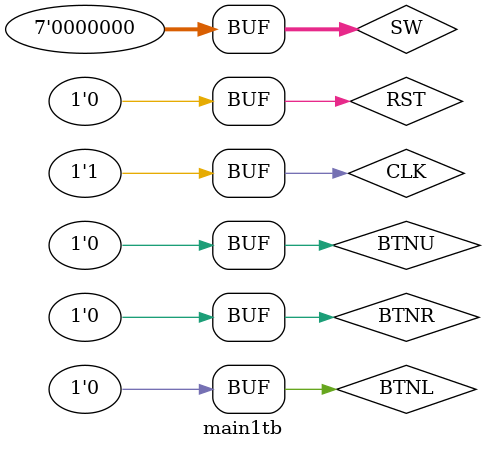
<source format=v>
`timescale 1ns / 1ps


module main1tb;

	// Inputs
	reg [6:0] SW;
	reg CLK;
	reg RST;

	// Outputs
	wire [7:0] LED;

	// Instantiate the Unit Under Test (UUT)
	lab1_top_module uut (
		.SW(SW), 
		.LED(LED), 
		.CLK(CLK), 
		.RST(RST)
	);

	initial begin
		// Initialize Inputs
		SW = 0;
		CLK = 0;
		RST = 0;

		// Wait 100 ns for global reset to finish
		#100;
        
		// Add stimulus here
		CLK=1;
		BTNU = 1;
		#10;
		CLK=0;
		#10;
		CLK=1;
		BTNU = 0;
		#10;
		
	
		CLK=1;
		BTNL = 1;
		#10;
		CLK=0;
		#10;
		CLK=1;
		BTNL = 0;
		#10;
		
		CLK=1;
		BTNR = 1;
		#10;
		CLK=0;
		#10;
		CLK=1;
		BTNR = 0;
		#10;
	
	
	end
      
endmodule


</source>
